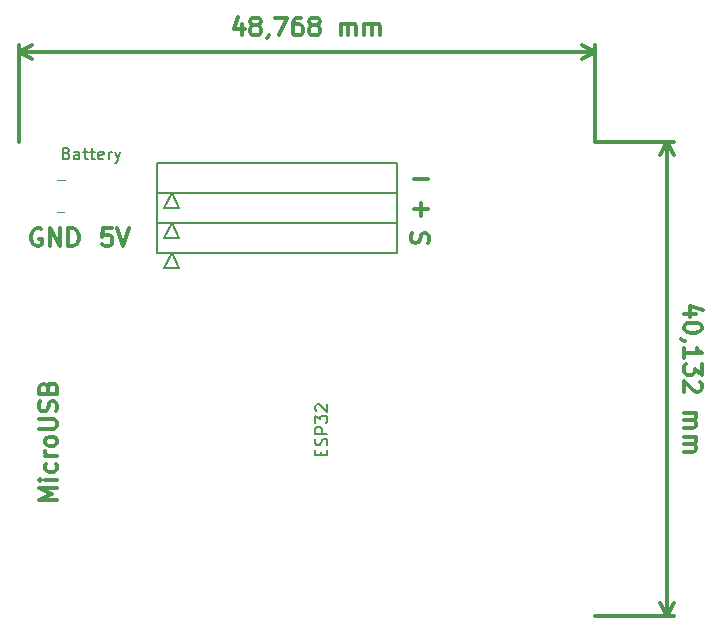
<source format=gbr>
%TF.GenerationSoftware,KiCad,Pcbnew,5.0.2+dfsg1-1*%
%TF.CreationDate,2020-04-21T12:17:55+02:00*%
%TF.ProjectId,minikame,6d696e69-6b61-46d6-952e-6b696361645f,v1.0*%
%TF.SameCoordinates,Original*%
%TF.FileFunction,Legend,Top*%
%TF.FilePolarity,Positive*%
%FSLAX46Y46*%
G04 Gerber Fmt 4.6, Leading zero omitted, Abs format (unit mm)*
G04 Created by KiCad (PCBNEW 5.0.2+dfsg1-1) date di 21 apr 2020 12:17:55 CEST*
%MOMM*%
%LPD*%
G01*
G04 APERTURE LIST*
%ADD10C,0.300000*%
%ADD11C,0.150000*%
%ADD12C,0.100000*%
G04 APERTURE END LIST*
D10*
X153515142Y-92376571D02*
X153586571Y-92162285D01*
X153586571Y-91805142D01*
X153515142Y-91662285D01*
X153443714Y-91590857D01*
X153300857Y-91519428D01*
X153158000Y-91519428D01*
X153015142Y-91590857D01*
X152943714Y-91662285D01*
X152872285Y-91805142D01*
X152800857Y-92090857D01*
X152729428Y-92233714D01*
X152658000Y-92305142D01*
X152515142Y-92376571D01*
X152372285Y-92376571D01*
X152229428Y-92305142D01*
X152158000Y-92233714D01*
X152086571Y-92090857D01*
X152086571Y-91733714D01*
X152158000Y-91519428D01*
X152336571Y-89515142D02*
X153479428Y-89515142D01*
X152908000Y-90086571D02*
X152908000Y-88943714D01*
X152336571Y-86975142D02*
X153479428Y-86975142D01*
X126714285Y-91126571D02*
X126000000Y-91126571D01*
X125928571Y-91840857D01*
X126000000Y-91769428D01*
X126142857Y-91698000D01*
X126500000Y-91698000D01*
X126642857Y-91769428D01*
X126714285Y-91840857D01*
X126785714Y-91983714D01*
X126785714Y-92340857D01*
X126714285Y-92483714D01*
X126642857Y-92555142D01*
X126500000Y-92626571D01*
X126142857Y-92626571D01*
X126000000Y-92555142D01*
X125928571Y-92483714D01*
X127214285Y-91126571D02*
X127714285Y-92626571D01*
X128214285Y-91126571D01*
X120777142Y-91198000D02*
X120634285Y-91126571D01*
X120420000Y-91126571D01*
X120205714Y-91198000D01*
X120062857Y-91340857D01*
X119991428Y-91483714D01*
X119920000Y-91769428D01*
X119920000Y-91983714D01*
X119991428Y-92269428D01*
X120062857Y-92412285D01*
X120205714Y-92555142D01*
X120420000Y-92626571D01*
X120562857Y-92626571D01*
X120777142Y-92555142D01*
X120848571Y-92483714D01*
X120848571Y-91983714D01*
X120562857Y-91983714D01*
X121491428Y-92626571D02*
X121491428Y-91126571D01*
X122348571Y-92626571D01*
X122348571Y-91126571D01*
X123062857Y-92626571D02*
X123062857Y-91126571D01*
X123420000Y-91126571D01*
X123634285Y-91198000D01*
X123777142Y-91340857D01*
X123848571Y-91483714D01*
X123920000Y-91769428D01*
X123920000Y-91983714D01*
X123848571Y-92269428D01*
X123777142Y-92412285D01*
X123634285Y-92555142D01*
X123420000Y-92626571D01*
X123062857Y-92626571D01*
X122090571Y-114112857D02*
X120590571Y-114112857D01*
X121662000Y-113612857D01*
X120590571Y-113112857D01*
X122090571Y-113112857D01*
X122090571Y-112398571D02*
X121090571Y-112398571D01*
X120590571Y-112398571D02*
X120662000Y-112470000D01*
X120733428Y-112398571D01*
X120662000Y-112327142D01*
X120590571Y-112398571D01*
X120733428Y-112398571D01*
X122019142Y-111041428D02*
X122090571Y-111184285D01*
X122090571Y-111470000D01*
X122019142Y-111612857D01*
X121947714Y-111684285D01*
X121804857Y-111755714D01*
X121376285Y-111755714D01*
X121233428Y-111684285D01*
X121162000Y-111612857D01*
X121090571Y-111470000D01*
X121090571Y-111184285D01*
X121162000Y-111041428D01*
X122090571Y-110398571D02*
X121090571Y-110398571D01*
X121376285Y-110398571D02*
X121233428Y-110327142D01*
X121162000Y-110255714D01*
X121090571Y-110112857D01*
X121090571Y-109970000D01*
X122090571Y-109255714D02*
X122019142Y-109398571D01*
X121947714Y-109470000D01*
X121804857Y-109541428D01*
X121376285Y-109541428D01*
X121233428Y-109470000D01*
X121162000Y-109398571D01*
X121090571Y-109255714D01*
X121090571Y-109041428D01*
X121162000Y-108898571D01*
X121233428Y-108827142D01*
X121376285Y-108755714D01*
X121804857Y-108755714D01*
X121947714Y-108827142D01*
X122019142Y-108898571D01*
X122090571Y-109041428D01*
X122090571Y-109255714D01*
X120590571Y-108112857D02*
X121804857Y-108112857D01*
X121947714Y-108041428D01*
X122019142Y-107970000D01*
X122090571Y-107827142D01*
X122090571Y-107541428D01*
X122019142Y-107398571D01*
X121947714Y-107327142D01*
X121804857Y-107255714D01*
X120590571Y-107255714D01*
X122019142Y-106612857D02*
X122090571Y-106398571D01*
X122090571Y-106041428D01*
X122019142Y-105898571D01*
X121947714Y-105827142D01*
X121804857Y-105755714D01*
X121662000Y-105755714D01*
X121519142Y-105827142D01*
X121447714Y-105898571D01*
X121376285Y-106041428D01*
X121304857Y-106327142D01*
X121233428Y-106470000D01*
X121162000Y-106541428D01*
X121019142Y-106612857D01*
X120876285Y-106612857D01*
X120733428Y-106541428D01*
X120662000Y-106470000D01*
X120590571Y-106327142D01*
X120590571Y-105970000D01*
X120662000Y-105755714D01*
X121304857Y-104612857D02*
X121376285Y-104398571D01*
X121447714Y-104327142D01*
X121590571Y-104255714D01*
X121804857Y-104255714D01*
X121947714Y-104327142D01*
X122019142Y-104398571D01*
X122090571Y-104541428D01*
X122090571Y-105112857D01*
X120590571Y-105112857D01*
X120590571Y-104612857D01*
X120662000Y-104470000D01*
X120733428Y-104398571D01*
X120876285Y-104327142D01*
X121019142Y-104327142D01*
X121162000Y-104398571D01*
X121233428Y-104470000D01*
X121304857Y-104612857D01*
X121304857Y-105112857D01*
X176175298Y-98386000D02*
X175175298Y-98386000D01*
X176746727Y-98028857D02*
X175675298Y-97671714D01*
X175675298Y-98600285D01*
X176675298Y-99457428D02*
X176675298Y-99600285D01*
X176603870Y-99743142D01*
X176532441Y-99814571D01*
X176389584Y-99886000D01*
X176103870Y-99957428D01*
X175746727Y-99957428D01*
X175461012Y-99886000D01*
X175318155Y-99814571D01*
X175246727Y-99743142D01*
X175175298Y-99600285D01*
X175175298Y-99457428D01*
X175246727Y-99314571D01*
X175318155Y-99243142D01*
X175461012Y-99171714D01*
X175746727Y-99100285D01*
X176103870Y-99100285D01*
X176389584Y-99171714D01*
X176532441Y-99243142D01*
X176603870Y-99314571D01*
X176675298Y-99457428D01*
X175246727Y-100671714D02*
X175175298Y-100671714D01*
X175032441Y-100600285D01*
X174961012Y-100528857D01*
X175175298Y-102100285D02*
X175175298Y-101243142D01*
X175175298Y-101671714D02*
X176675298Y-101671714D01*
X176461012Y-101528857D01*
X176318155Y-101386000D01*
X176246727Y-101243142D01*
X176675298Y-102600285D02*
X176675298Y-103528857D01*
X176103870Y-103028857D01*
X176103870Y-103243142D01*
X176032441Y-103386000D01*
X175961012Y-103457428D01*
X175818155Y-103528857D01*
X175461012Y-103528857D01*
X175318155Y-103457428D01*
X175246727Y-103386000D01*
X175175298Y-103243142D01*
X175175298Y-102814571D01*
X175246727Y-102671714D01*
X175318155Y-102600285D01*
X176532441Y-104100285D02*
X176603870Y-104171714D01*
X176675298Y-104314571D01*
X176675298Y-104671714D01*
X176603870Y-104814571D01*
X176532441Y-104886000D01*
X176389584Y-104957428D01*
X176246727Y-104957428D01*
X176032441Y-104886000D01*
X175175298Y-104028857D01*
X175175298Y-104957428D01*
X175175298Y-106743142D02*
X176175298Y-106743142D01*
X176032441Y-106743142D02*
X176103870Y-106814571D01*
X176175298Y-106957428D01*
X176175298Y-107171714D01*
X176103870Y-107314571D01*
X175961012Y-107386000D01*
X175175298Y-107386000D01*
X175961012Y-107386000D02*
X176103870Y-107457428D01*
X176175298Y-107600285D01*
X176175298Y-107814571D01*
X176103870Y-107957428D01*
X175961012Y-108028857D01*
X175175298Y-108028857D01*
X175175298Y-108743142D02*
X176175298Y-108743142D01*
X176032441Y-108743142D02*
X176103870Y-108814571D01*
X176175298Y-108957428D01*
X176175298Y-109171714D01*
X176103870Y-109314571D01*
X175961012Y-109386000D01*
X175175298Y-109386000D01*
X175961012Y-109386000D02*
X176103870Y-109457428D01*
X176175298Y-109600285D01*
X176175298Y-109814571D01*
X176103870Y-109957428D01*
X175961012Y-110028857D01*
X175175298Y-110028857D01*
X173753870Y-83820000D02*
X173753870Y-123952000D01*
X167640000Y-83820000D02*
X174340291Y-83820000D01*
X167640000Y-123952000D02*
X174340291Y-123952000D01*
X173753870Y-123952000D02*
X173167449Y-122825496D01*
X173753870Y-123952000D02*
X174340291Y-122825496D01*
X173753870Y-83820000D02*
X173167449Y-84946504D01*
X173753870Y-83820000D02*
X174340291Y-84946504D01*
X137756000Y-73778571D02*
X137756000Y-74778571D01*
X137398857Y-73207142D02*
X137041714Y-74278571D01*
X137970285Y-74278571D01*
X138756000Y-73921428D02*
X138613142Y-73850000D01*
X138541714Y-73778571D01*
X138470285Y-73635714D01*
X138470285Y-73564285D01*
X138541714Y-73421428D01*
X138613142Y-73350000D01*
X138756000Y-73278571D01*
X139041714Y-73278571D01*
X139184571Y-73350000D01*
X139256000Y-73421428D01*
X139327428Y-73564285D01*
X139327428Y-73635714D01*
X139256000Y-73778571D01*
X139184571Y-73850000D01*
X139041714Y-73921428D01*
X138756000Y-73921428D01*
X138613142Y-73992857D01*
X138541714Y-74064285D01*
X138470285Y-74207142D01*
X138470285Y-74492857D01*
X138541714Y-74635714D01*
X138613142Y-74707142D01*
X138756000Y-74778571D01*
X139041714Y-74778571D01*
X139184571Y-74707142D01*
X139256000Y-74635714D01*
X139327428Y-74492857D01*
X139327428Y-74207142D01*
X139256000Y-74064285D01*
X139184571Y-73992857D01*
X139041714Y-73921428D01*
X140041714Y-74707142D02*
X140041714Y-74778571D01*
X139970285Y-74921428D01*
X139898857Y-74992857D01*
X140541714Y-73278571D02*
X141541714Y-73278571D01*
X140898857Y-74778571D01*
X142756000Y-73278571D02*
X142470285Y-73278571D01*
X142327428Y-73350000D01*
X142256000Y-73421428D01*
X142113142Y-73635714D01*
X142041714Y-73921428D01*
X142041714Y-74492857D01*
X142113142Y-74635714D01*
X142184571Y-74707142D01*
X142327428Y-74778571D01*
X142613142Y-74778571D01*
X142756000Y-74707142D01*
X142827428Y-74635714D01*
X142898857Y-74492857D01*
X142898857Y-74135714D01*
X142827428Y-73992857D01*
X142756000Y-73921428D01*
X142613142Y-73850000D01*
X142327428Y-73850000D01*
X142184571Y-73921428D01*
X142113142Y-73992857D01*
X142041714Y-74135714D01*
X143756000Y-73921428D02*
X143613142Y-73850000D01*
X143541714Y-73778571D01*
X143470285Y-73635714D01*
X143470285Y-73564285D01*
X143541714Y-73421428D01*
X143613142Y-73350000D01*
X143756000Y-73278571D01*
X144041714Y-73278571D01*
X144184571Y-73350000D01*
X144256000Y-73421428D01*
X144327428Y-73564285D01*
X144327428Y-73635714D01*
X144256000Y-73778571D01*
X144184571Y-73850000D01*
X144041714Y-73921428D01*
X143756000Y-73921428D01*
X143613142Y-73992857D01*
X143541714Y-74064285D01*
X143470285Y-74207142D01*
X143470285Y-74492857D01*
X143541714Y-74635714D01*
X143613142Y-74707142D01*
X143756000Y-74778571D01*
X144041714Y-74778571D01*
X144184571Y-74707142D01*
X144256000Y-74635714D01*
X144327428Y-74492857D01*
X144327428Y-74207142D01*
X144256000Y-74064285D01*
X144184571Y-73992857D01*
X144041714Y-73921428D01*
X146113142Y-74778571D02*
X146113142Y-73778571D01*
X146113142Y-73921428D02*
X146184571Y-73850000D01*
X146327428Y-73778571D01*
X146541714Y-73778571D01*
X146684571Y-73850000D01*
X146756000Y-73992857D01*
X146756000Y-74778571D01*
X146756000Y-73992857D02*
X146827428Y-73850000D01*
X146970285Y-73778571D01*
X147184571Y-73778571D01*
X147327428Y-73850000D01*
X147398857Y-73992857D01*
X147398857Y-74778571D01*
X148113142Y-74778571D02*
X148113142Y-73778571D01*
X148113142Y-73921428D02*
X148184571Y-73850000D01*
X148327428Y-73778571D01*
X148541714Y-73778571D01*
X148684571Y-73850000D01*
X148756000Y-73992857D01*
X148756000Y-74778571D01*
X148756000Y-73992857D02*
X148827428Y-73850000D01*
X148970285Y-73778571D01*
X149184571Y-73778571D01*
X149327428Y-73850000D01*
X149398857Y-73992857D01*
X149398857Y-74778571D01*
X118872000Y-76200000D02*
X167640000Y-76200000D01*
X118872000Y-83820000D02*
X118872000Y-75613579D01*
X167640000Y-83820000D02*
X167640000Y-75613579D01*
X167640000Y-76200000D02*
X166513496Y-76786421D01*
X167640000Y-76200000D02*
X166513496Y-75613579D01*
X118872000Y-76200000D02*
X119998504Y-76786421D01*
X118872000Y-76200000D02*
X119998504Y-75613579D01*
D11*
X131191000Y-94488000D02*
X131826000Y-93218000D01*
X132461000Y-94488000D02*
X131826000Y-93218000D01*
X131191000Y-94488000D02*
X132461000Y-94488000D01*
X150876000Y-90678000D02*
X130556000Y-90678000D01*
X150876000Y-93218000D02*
X150876000Y-90678000D01*
X130556000Y-93218000D02*
X150876000Y-93218000D01*
X130556000Y-90678000D02*
X130556000Y-93218000D01*
X131191000Y-91948000D02*
X131826000Y-90678000D01*
X132461000Y-91948000D02*
X131826000Y-90678000D01*
X131191000Y-91948000D02*
X132461000Y-91948000D01*
X150876000Y-88138000D02*
X130556000Y-88138000D01*
X150876000Y-90678000D02*
X150876000Y-88138000D01*
X130556000Y-90678000D02*
X150876000Y-90678000D01*
X130556000Y-88138000D02*
X130556000Y-90678000D01*
X130556000Y-85598000D02*
X130556000Y-88138000D01*
X130556000Y-88138000D02*
X150876000Y-88138000D01*
X150876000Y-88138000D02*
X150876000Y-85598000D01*
X150876000Y-85598000D02*
X130556000Y-85598000D01*
X131191000Y-89408000D02*
X132461000Y-89408000D01*
X132461000Y-89408000D02*
X131826000Y-88138000D01*
X131191000Y-89408000D02*
X131826000Y-88138000D01*
D12*
X122088000Y-87012000D02*
X122738000Y-87012000D01*
X122088000Y-89752000D02*
X122728000Y-89752000D01*
D11*
X144442571Y-110346857D02*
X144442571Y-110013523D01*
X144966380Y-109870666D02*
X144966380Y-110346857D01*
X143966380Y-110346857D01*
X143966380Y-109870666D01*
X144918761Y-109489714D02*
X144966380Y-109346857D01*
X144966380Y-109108761D01*
X144918761Y-109013523D01*
X144871142Y-108965904D01*
X144775904Y-108918285D01*
X144680666Y-108918285D01*
X144585428Y-108965904D01*
X144537809Y-109013523D01*
X144490190Y-109108761D01*
X144442571Y-109299238D01*
X144394952Y-109394476D01*
X144347333Y-109442095D01*
X144252095Y-109489714D01*
X144156857Y-109489714D01*
X144061619Y-109442095D01*
X144014000Y-109394476D01*
X143966380Y-109299238D01*
X143966380Y-109061142D01*
X144014000Y-108918285D01*
X144966380Y-108489714D02*
X143966380Y-108489714D01*
X143966380Y-108108761D01*
X144014000Y-108013523D01*
X144061619Y-107965904D01*
X144156857Y-107918285D01*
X144299714Y-107918285D01*
X144394952Y-107965904D01*
X144442571Y-108013523D01*
X144490190Y-108108761D01*
X144490190Y-108489714D01*
X143966380Y-107584952D02*
X143966380Y-106965904D01*
X144347333Y-107299238D01*
X144347333Y-107156380D01*
X144394952Y-107061142D01*
X144442571Y-107013523D01*
X144537809Y-106965904D01*
X144775904Y-106965904D01*
X144871142Y-107013523D01*
X144918761Y-107061142D01*
X144966380Y-107156380D01*
X144966380Y-107442095D01*
X144918761Y-107537333D01*
X144871142Y-107584952D01*
X144061619Y-106584952D02*
X144014000Y-106537333D01*
X143966380Y-106442095D01*
X143966380Y-106204000D01*
X144014000Y-106108761D01*
X144061619Y-106061142D01*
X144156857Y-106013523D01*
X144252095Y-106013523D01*
X144394952Y-106061142D01*
X144966380Y-106632571D01*
X144966380Y-106013523D01*
X122896571Y-84764571D02*
X123039428Y-84812190D01*
X123087047Y-84859809D01*
X123134666Y-84955047D01*
X123134666Y-85097904D01*
X123087047Y-85193142D01*
X123039428Y-85240761D01*
X122944190Y-85288380D01*
X122563238Y-85288380D01*
X122563238Y-84288380D01*
X122896571Y-84288380D01*
X122991809Y-84336000D01*
X123039428Y-84383619D01*
X123087047Y-84478857D01*
X123087047Y-84574095D01*
X123039428Y-84669333D01*
X122991809Y-84716952D01*
X122896571Y-84764571D01*
X122563238Y-84764571D01*
X123991809Y-85288380D02*
X123991809Y-84764571D01*
X123944190Y-84669333D01*
X123848952Y-84621714D01*
X123658476Y-84621714D01*
X123563238Y-84669333D01*
X123991809Y-85240761D02*
X123896571Y-85288380D01*
X123658476Y-85288380D01*
X123563238Y-85240761D01*
X123515619Y-85145523D01*
X123515619Y-85050285D01*
X123563238Y-84955047D01*
X123658476Y-84907428D01*
X123896571Y-84907428D01*
X123991809Y-84859809D01*
X124325142Y-84621714D02*
X124706095Y-84621714D01*
X124468000Y-84288380D02*
X124468000Y-85145523D01*
X124515619Y-85240761D01*
X124610857Y-85288380D01*
X124706095Y-85288380D01*
X124896571Y-84621714D02*
X125277523Y-84621714D01*
X125039428Y-84288380D02*
X125039428Y-85145523D01*
X125087047Y-85240761D01*
X125182285Y-85288380D01*
X125277523Y-85288380D01*
X125991809Y-85240761D02*
X125896571Y-85288380D01*
X125706095Y-85288380D01*
X125610857Y-85240761D01*
X125563238Y-85145523D01*
X125563238Y-84764571D01*
X125610857Y-84669333D01*
X125706095Y-84621714D01*
X125896571Y-84621714D01*
X125991809Y-84669333D01*
X126039428Y-84764571D01*
X126039428Y-84859809D01*
X125563238Y-84955047D01*
X126468000Y-85288380D02*
X126468000Y-84621714D01*
X126468000Y-84812190D02*
X126515619Y-84716952D01*
X126563238Y-84669333D01*
X126658476Y-84621714D01*
X126753714Y-84621714D01*
X126991809Y-84621714D02*
X127229904Y-85288380D01*
X127468000Y-84621714D02*
X127229904Y-85288380D01*
X127134666Y-85526476D01*
X127087047Y-85574095D01*
X126991809Y-85621714D01*
M02*

</source>
